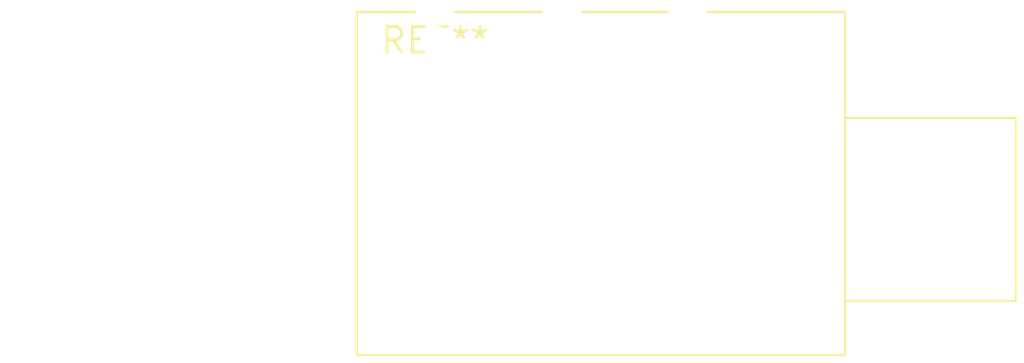
<source format=kicad_pcb>
(kicad_pcb (version 20240108) (generator pcbnew)
  (layers (0 "F.Cu" signal) (31 "B.Cu" signal) (34 "B.Paste" user) (35 "F.Paste" user) (36 "B.SilkS" user "B.Silkscreen") (37 "F.SilkS" user "F.Silkscreen") (38 "B.Mask" user) (39 "F.Mask" user) (44 "Edge.Cuts" user))
  (net 0 "")
  (footprint "Jack_6.35mm_Neutrik_NSJ12HH-1_Horizontal" (layer "F.Cu") (at 0 0)
    (property "Reference" "REF**")
    (property "Value" "Jack_6.35mm_Neutrik_NSJ12HH-1_Horizontal")
    (fp_line (start -3.94 -1.42) (end -1.02 -1.42) (layer "F.SilkS") (stroke (width 0.12)))
    (fp_line (start -3.94 15.82) (end -3.94 -1.42) (layer "F.SilkS") (stroke (width 0.12)))
    (fp_line (start -3.94 15.82) (end 20.6 15.82) (layer "F.SilkS") (stroke (width 0.12)))
    (fp_line (start 0.98 -1.42) (end 5.38 -1.42) (layer "F.SilkS") (stroke (width 0.12)))
    (fp_line (start 7.38 -1.42) (end 11.68 -1.42) (layer "F.SilkS") (stroke (width 0.12)))
    (fp_line (start 13.68 -1.42) (end 20.6 -1.42) (layer "F.SilkS") (stroke (width 0.12)))
    (fp_line (start 20.6 -1.42) (end 20.6 15.82) (layer "F.SilkS") (stroke (width 0.12)))
    (fp_line (start 29.2 3.905) (end 20.6 3.905) (layer "F.SilkS") (stroke (width 0.12)))
    (fp_line (start 29.2 13.095) (end 20.6 13.095) (layer "F.SilkS") (stroke (width 0.12)))
    (fp_line (start 29.2 13.095) (end 29.2 3.905) (layer "F.SilkS") (stroke (width 0.12)))
    (pad "G" thru_hole circle (at 18.75 2.54) (size 2.9 2.9) (drill 1.5) (layers *.Cu *.Mask) (remove_unused_layers))
    (pad "R1" thru_hole circle (at 6.35 0) (size 3 3) (drill 1.5) (layers *.Cu *.Mask) (remove_unused_layers))
    (pad "R2" thru_hole circle (at 9.53 1.27) (size 3 3) (drill 1.5) (layers *.Cu *.Mask) (remove_unused_layers))
    (pad "RN1" thru_hole circle (at 6.35 12.7) (size 3 3) (drill 1.5) (layers *.Cu *.Mask) (remove_unused_layers))
    (pad "RN2" thru_hole circle (at 9.53 13.97) (size 3 3) (drill 1.5) (layers *.Cu *.Mask) (remove_unused_layers))
    (pad "S1" thru_hole circle (at 12.7 0) (size 3 3) (drill 1.5) (layers *.Cu *.Mask) (remove_unused_layers))
    (pad "S2" thru_hole circle (at 15.87 1.27) (size 3 3) (drill 1.5) (layers *.Cu *.Mask) (remove_unused_layers))
    (pad "SN1" thru_hole circle (at 12.7 12.7) (size 3 3) (drill 1.5) (layers *.Cu *.Mask) (remove_unused_layers))
    (pad "SN2" thru_hole circle (at 15.87 13.97) (size 3 3) (drill 1.5) (layers *.Cu *.Mask) (remove_unused_layers))
    (pad "T1" thru_hole circle (at 0 0) (size 3 3) (drill 1.5) (layers *.Cu *.Mask) (remove_unused_layers))
    (pad "T2" thru_hole circle (at 3.18 1.27) (size 3 3) (drill 1.5) (layers *.Cu *.Mask) (remove_unused_layers))
    (pad "TN1" thru_hole circle (at 0 12.7) (size 3 3) (drill 1.5) (layers *.Cu *.Mask) (remove_unused_layers))
    (pad "TN2" thru_hole circle (at 3.18 13.97) (size 3 3) (drill 1.5) (layers *.Cu *.Mask) (remove_unused_layers))
  )
)
</source>
